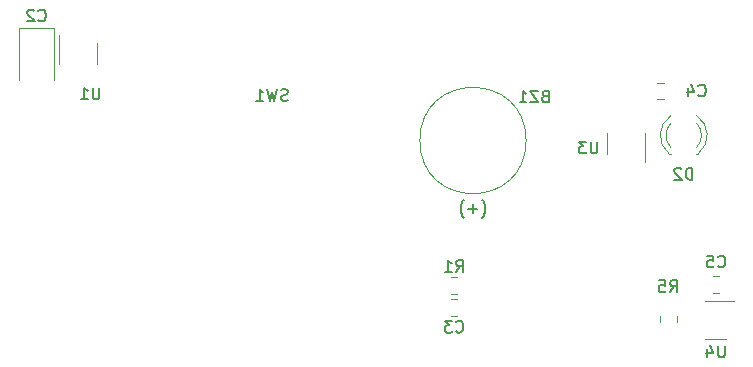
<source format=gbr>
G04 #@! TF.GenerationSoftware,KiCad,Pcbnew,5.1.5*
G04 #@! TF.CreationDate,2020-02-09T12:43:18+10:00*
G04 #@! TF.ProjectId,hrem,6872656d-2e6b-4696-9361-645f70636258,rev?*
G04 #@! TF.SameCoordinates,Original*
G04 #@! TF.FileFunction,Legend,Bot*
G04 #@! TF.FilePolarity,Positive*
%FSLAX46Y46*%
G04 Gerber Fmt 4.6, Leading zero omitted, Abs format (unit mm)*
G04 Created by KiCad (PCBNEW 5.1.5) date 2020-02-09 12:43:18*
%MOMM*%
%LPD*%
G04 APERTURE LIST*
%ADD10C,0.120000*%
%ADD11C,0.150000*%
%ADD12C,1.626000*%
%ADD13R,1.652000X1.402000*%
%ADD14C,2.102000*%
%ADD15R,1.829200X1.829200*%
%ADD16O,1.829200X1.829200*%
%ADD17R,1.662000X0.752000*%
%ADD18R,0.752000X1.662000*%
%ADD19C,0.100000*%
%ADD20R,1.902000X1.902000*%
%ADD21C,1.902000*%
%ADD22C,3.102000*%
G04 APERTURE END LIST*
D10*
X103941000Y-64262000D02*
G75*
G03X103941000Y-64262000I-4500000J0D01*
G01*
X119098500Y-77828500D02*
X121548500Y-77828500D01*
X120898500Y-81048500D02*
X119098500Y-81048500D01*
X110782500Y-65399500D02*
X110782500Y-63599500D01*
X114002500Y-63599500D02*
X114002500Y-66049500D01*
X115304500Y-79104748D02*
X115304500Y-79627252D01*
X116724500Y-79104748D02*
X116724500Y-79627252D01*
X98105752Y-77712500D02*
X97583248Y-77712500D01*
X98105752Y-79132500D02*
X97583248Y-79132500D01*
X118363108Y-62145165D02*
G75*
G02X118520016Y-65377500I-1078608J-1672335D01*
G01*
X116205892Y-62145165D02*
G75*
G03X116048984Y-65377500I1078608J-1672335D01*
G01*
X118364337Y-62776370D02*
G75*
G02X118364500Y-64858461I-1079837J-1041130D01*
G01*
X116204663Y-62776370D02*
G75*
G03X116204500Y-64858461I1079837J-1041130D01*
G01*
X118520500Y-65377500D02*
X118364500Y-65377500D01*
X116204500Y-65377500D02*
X116048500Y-65377500D01*
X67650000Y-55996000D02*
X67650000Y-57796000D01*
X64430000Y-57796000D02*
X64430000Y-55346000D01*
X98114752Y-75807500D02*
X97592248Y-75807500D01*
X98114752Y-77227500D02*
X97592248Y-77227500D01*
X60974000Y-59154000D02*
X60974000Y-54769000D01*
X60974000Y-54769000D02*
X63994000Y-54769000D01*
X63994000Y-54769000D02*
X63994000Y-59154000D01*
X115063748Y-60781000D02*
X115586252Y-60781000D01*
X115063748Y-59361000D02*
X115586252Y-59361000D01*
X119753748Y-75744000D02*
X120276252Y-75744000D01*
X119753748Y-77164000D02*
X120276252Y-77164000D01*
D11*
X105528952Y-60507571D02*
X105386095Y-60555190D01*
X105338476Y-60602809D01*
X105290857Y-60698047D01*
X105290857Y-60840904D01*
X105338476Y-60936142D01*
X105386095Y-60983761D01*
X105481333Y-61031380D01*
X105862285Y-61031380D01*
X105862285Y-60031380D01*
X105528952Y-60031380D01*
X105433714Y-60079000D01*
X105386095Y-60126619D01*
X105338476Y-60221857D01*
X105338476Y-60317095D01*
X105386095Y-60412333D01*
X105433714Y-60459952D01*
X105528952Y-60507571D01*
X105862285Y-60507571D01*
X104957523Y-60031380D02*
X104290857Y-60031380D01*
X104957523Y-61031380D01*
X104290857Y-61031380D01*
X103386095Y-61031380D02*
X103957523Y-61031380D01*
X103671809Y-61031380D02*
X103671809Y-60031380D01*
X103767047Y-60174238D01*
X103862285Y-60269476D01*
X103957523Y-60317095D01*
X100202904Y-70810333D02*
X100250523Y-70762714D01*
X100345761Y-70619857D01*
X100393380Y-70524619D01*
X100441000Y-70381761D01*
X100488619Y-70143666D01*
X100488619Y-69953190D01*
X100441000Y-69715095D01*
X100393380Y-69572238D01*
X100345761Y-69477000D01*
X100250523Y-69334142D01*
X100202904Y-69286523D01*
X99821952Y-70048428D02*
X99060047Y-70048428D01*
X99441000Y-70429380D02*
X99441000Y-69667476D01*
X98679095Y-70810333D02*
X98631476Y-70762714D01*
X98536238Y-70619857D01*
X98488619Y-70524619D01*
X98441000Y-70381761D01*
X98393380Y-70143666D01*
X98393380Y-69953190D01*
X98441000Y-69715095D01*
X98488619Y-69572238D01*
X98536238Y-69477000D01*
X98631476Y-69334142D01*
X98679095Y-69286523D01*
X83756333Y-60856761D02*
X83613476Y-60904380D01*
X83375380Y-60904380D01*
X83280142Y-60856761D01*
X83232523Y-60809142D01*
X83184904Y-60713904D01*
X83184904Y-60618666D01*
X83232523Y-60523428D01*
X83280142Y-60475809D01*
X83375380Y-60428190D01*
X83565857Y-60380571D01*
X83661095Y-60332952D01*
X83708714Y-60285333D01*
X83756333Y-60190095D01*
X83756333Y-60094857D01*
X83708714Y-59999619D01*
X83661095Y-59952000D01*
X83565857Y-59904380D01*
X83327761Y-59904380D01*
X83184904Y-59952000D01*
X82851571Y-59904380D02*
X82613476Y-60904380D01*
X82423000Y-60190095D01*
X82232523Y-60904380D01*
X81994428Y-59904380D01*
X81089666Y-60904380D02*
X81661095Y-60904380D01*
X81375380Y-60904380D02*
X81375380Y-59904380D01*
X81470619Y-60047238D01*
X81565857Y-60142476D01*
X81661095Y-60190095D01*
X120760404Y-81621380D02*
X120760404Y-82430904D01*
X120712785Y-82526142D01*
X120665166Y-82573761D01*
X120569928Y-82621380D01*
X120379452Y-82621380D01*
X120284214Y-82573761D01*
X120236595Y-82526142D01*
X120188976Y-82430904D01*
X120188976Y-81621380D01*
X119284214Y-81954714D02*
X119284214Y-82621380D01*
X119522309Y-81573761D02*
X119760404Y-82288047D01*
X119141357Y-82288047D01*
X109981904Y-64349380D02*
X109981904Y-65158904D01*
X109934285Y-65254142D01*
X109886666Y-65301761D01*
X109791428Y-65349380D01*
X109600952Y-65349380D01*
X109505714Y-65301761D01*
X109458095Y-65254142D01*
X109410476Y-65158904D01*
X109410476Y-64349380D01*
X109029523Y-64349380D02*
X108410476Y-64349380D01*
X108743809Y-64730333D01*
X108600952Y-64730333D01*
X108505714Y-64777952D01*
X108458095Y-64825571D01*
X108410476Y-64920809D01*
X108410476Y-65158904D01*
X108458095Y-65254142D01*
X108505714Y-65301761D01*
X108600952Y-65349380D01*
X108886666Y-65349380D01*
X108981904Y-65301761D01*
X109029523Y-65254142D01*
X116117666Y-77096880D02*
X116451000Y-76620690D01*
X116689095Y-77096880D02*
X116689095Y-76096880D01*
X116308142Y-76096880D01*
X116212904Y-76144500D01*
X116165285Y-76192119D01*
X116117666Y-76287357D01*
X116117666Y-76430214D01*
X116165285Y-76525452D01*
X116212904Y-76573071D01*
X116308142Y-76620690D01*
X116689095Y-76620690D01*
X115212904Y-76096880D02*
X115689095Y-76096880D01*
X115736714Y-76573071D01*
X115689095Y-76525452D01*
X115593857Y-76477833D01*
X115355761Y-76477833D01*
X115260523Y-76525452D01*
X115212904Y-76573071D01*
X115165285Y-76668309D01*
X115165285Y-76906404D01*
X115212904Y-77001642D01*
X115260523Y-77049261D01*
X115355761Y-77096880D01*
X115593857Y-77096880D01*
X115689095Y-77049261D01*
X115736714Y-77001642D01*
X98011166Y-80430642D02*
X98058785Y-80478261D01*
X98201642Y-80525880D01*
X98296880Y-80525880D01*
X98439738Y-80478261D01*
X98534976Y-80383023D01*
X98582595Y-80287785D01*
X98630214Y-80097309D01*
X98630214Y-79954452D01*
X98582595Y-79763976D01*
X98534976Y-79668738D01*
X98439738Y-79573500D01*
X98296880Y-79525880D01*
X98201642Y-79525880D01*
X98058785Y-79573500D01*
X98011166Y-79621119D01*
X97677833Y-79525880D02*
X97058785Y-79525880D01*
X97392119Y-79906833D01*
X97249261Y-79906833D01*
X97154023Y-79954452D01*
X97106404Y-80002071D01*
X97058785Y-80097309D01*
X97058785Y-80335404D01*
X97106404Y-80430642D01*
X97154023Y-80478261D01*
X97249261Y-80525880D01*
X97534976Y-80525880D01*
X97630214Y-80478261D01*
X97677833Y-80430642D01*
X118022595Y-67571880D02*
X118022595Y-66571880D01*
X117784500Y-66571880D01*
X117641642Y-66619500D01*
X117546404Y-66714738D01*
X117498785Y-66809976D01*
X117451166Y-67000452D01*
X117451166Y-67143309D01*
X117498785Y-67333785D01*
X117546404Y-67429023D01*
X117641642Y-67524261D01*
X117784500Y-67571880D01*
X118022595Y-67571880D01*
X117070214Y-66667119D02*
X117022595Y-66619500D01*
X116927357Y-66571880D01*
X116689261Y-66571880D01*
X116594023Y-66619500D01*
X116546404Y-66667119D01*
X116498785Y-66762357D01*
X116498785Y-66857595D01*
X116546404Y-67000452D01*
X117117833Y-67571880D01*
X116498785Y-67571880D01*
X67817904Y-59777380D02*
X67817904Y-60586904D01*
X67770285Y-60682142D01*
X67722666Y-60729761D01*
X67627428Y-60777380D01*
X67436952Y-60777380D01*
X67341714Y-60729761D01*
X67294095Y-60682142D01*
X67246476Y-60586904D01*
X67246476Y-59777380D01*
X66246476Y-60777380D02*
X66817904Y-60777380D01*
X66532190Y-60777380D02*
X66532190Y-59777380D01*
X66627428Y-59920238D01*
X66722666Y-60015476D01*
X66817904Y-60063095D01*
X98020166Y-75382380D02*
X98353500Y-74906190D01*
X98591595Y-75382380D02*
X98591595Y-74382380D01*
X98210642Y-74382380D01*
X98115404Y-74430000D01*
X98067785Y-74477619D01*
X98020166Y-74572857D01*
X98020166Y-74715714D01*
X98067785Y-74810952D01*
X98115404Y-74858571D01*
X98210642Y-74906190D01*
X98591595Y-74906190D01*
X97067785Y-75382380D02*
X97639214Y-75382380D01*
X97353500Y-75382380D02*
X97353500Y-74382380D01*
X97448738Y-74525238D01*
X97543976Y-74620476D01*
X97639214Y-74668095D01*
X62650666Y-54078142D02*
X62698285Y-54125761D01*
X62841142Y-54173380D01*
X62936380Y-54173380D01*
X63079238Y-54125761D01*
X63174476Y-54030523D01*
X63222095Y-53935285D01*
X63269714Y-53744809D01*
X63269714Y-53601952D01*
X63222095Y-53411476D01*
X63174476Y-53316238D01*
X63079238Y-53221000D01*
X62936380Y-53173380D01*
X62841142Y-53173380D01*
X62698285Y-53221000D01*
X62650666Y-53268619D01*
X62269714Y-53268619D02*
X62222095Y-53221000D01*
X62126857Y-53173380D01*
X61888761Y-53173380D01*
X61793523Y-53221000D01*
X61745904Y-53268619D01*
X61698285Y-53363857D01*
X61698285Y-53459095D01*
X61745904Y-53601952D01*
X62317333Y-54173380D01*
X61698285Y-54173380D01*
X118530666Y-60428142D02*
X118578285Y-60475761D01*
X118721142Y-60523380D01*
X118816380Y-60523380D01*
X118959238Y-60475761D01*
X119054476Y-60380523D01*
X119102095Y-60285285D01*
X119149714Y-60094809D01*
X119149714Y-59951952D01*
X119102095Y-59761476D01*
X119054476Y-59666238D01*
X118959238Y-59571000D01*
X118816380Y-59523380D01*
X118721142Y-59523380D01*
X118578285Y-59571000D01*
X118530666Y-59618619D01*
X117673523Y-59856714D02*
X117673523Y-60523380D01*
X117911619Y-59475761D02*
X118149714Y-60190047D01*
X117530666Y-60190047D01*
X120181666Y-74906142D02*
X120229285Y-74953761D01*
X120372142Y-75001380D01*
X120467380Y-75001380D01*
X120610238Y-74953761D01*
X120705476Y-74858523D01*
X120753095Y-74763285D01*
X120800714Y-74572809D01*
X120800714Y-74429952D01*
X120753095Y-74239476D01*
X120705476Y-74144238D01*
X120610238Y-74049000D01*
X120467380Y-74001380D01*
X120372142Y-74001380D01*
X120229285Y-74049000D01*
X120181666Y-74096619D01*
X119276904Y-74001380D02*
X119753095Y-74001380D01*
X119800714Y-74477571D01*
X119753095Y-74429952D01*
X119657857Y-74382333D01*
X119419761Y-74382333D01*
X119324523Y-74429952D01*
X119276904Y-74477571D01*
X119229285Y-74572809D01*
X119229285Y-74810904D01*
X119276904Y-74906142D01*
X119324523Y-74953761D01*
X119419761Y-75001380D01*
X119657857Y-75001380D01*
X119753095Y-74953761D01*
X119800714Y-74906142D01*
%LPC*%
D12*
X99441000Y-61722000D03*
X99441000Y-66802000D03*
D13*
X78410000Y-66738500D03*
X86360000Y-66738500D03*
X78410000Y-62238500D03*
X86360000Y-62238500D03*
D14*
X124460000Y-62484000D03*
D15*
X69850000Y-76962000D03*
D16*
X69850000Y-74422000D03*
X72390000Y-76962000D03*
X72390000Y-74422000D03*
X74930000Y-76962000D03*
X74930000Y-74422000D03*
X77470000Y-76962000D03*
X77470000Y-74422000D03*
X80010000Y-76962000D03*
X80010000Y-74422000D03*
D17*
X118648500Y-78488500D03*
X118648500Y-80388500D03*
X121348500Y-80388500D03*
X121348500Y-79438500D03*
X121348500Y-78488500D03*
D18*
X113342500Y-65849500D03*
X112392500Y-65849500D03*
X111442500Y-65849500D03*
X111442500Y-63149500D03*
X113342500Y-63149500D03*
D19*
G36*
X116520005Y-77716311D02*
G01*
X116546425Y-77720230D01*
X116572335Y-77726720D01*
X116597483Y-77735718D01*
X116621628Y-77747138D01*
X116644538Y-77760869D01*
X116665992Y-77776780D01*
X116685782Y-77794718D01*
X116703720Y-77814508D01*
X116719631Y-77835962D01*
X116733362Y-77858872D01*
X116744782Y-77883017D01*
X116753780Y-77908165D01*
X116760270Y-77934075D01*
X116764189Y-77960495D01*
X116765500Y-77987173D01*
X116765500Y-78694827D01*
X116764189Y-78721505D01*
X116760270Y-78747925D01*
X116753780Y-78773835D01*
X116744782Y-78798983D01*
X116733362Y-78823128D01*
X116719631Y-78846038D01*
X116703720Y-78867492D01*
X116685782Y-78887282D01*
X116665992Y-78905220D01*
X116644538Y-78921131D01*
X116621628Y-78934862D01*
X116597483Y-78946282D01*
X116572335Y-78955280D01*
X116546425Y-78961770D01*
X116520005Y-78965689D01*
X116493327Y-78967000D01*
X115535673Y-78967000D01*
X115508995Y-78965689D01*
X115482575Y-78961770D01*
X115456665Y-78955280D01*
X115431517Y-78946282D01*
X115407372Y-78934862D01*
X115384462Y-78921131D01*
X115363008Y-78905220D01*
X115343218Y-78887282D01*
X115325280Y-78867492D01*
X115309369Y-78846038D01*
X115295638Y-78823128D01*
X115284218Y-78798983D01*
X115275220Y-78773835D01*
X115268730Y-78747925D01*
X115264811Y-78721505D01*
X115263500Y-78694827D01*
X115263500Y-77987173D01*
X115264811Y-77960495D01*
X115268730Y-77934075D01*
X115275220Y-77908165D01*
X115284218Y-77883017D01*
X115295638Y-77858872D01*
X115309369Y-77835962D01*
X115325280Y-77814508D01*
X115343218Y-77794718D01*
X115363008Y-77776780D01*
X115384462Y-77760869D01*
X115407372Y-77747138D01*
X115431517Y-77735718D01*
X115456665Y-77726720D01*
X115482575Y-77720230D01*
X115508995Y-77716311D01*
X115535673Y-77715000D01*
X116493327Y-77715000D01*
X116520005Y-77716311D01*
G37*
G36*
X116520005Y-79766311D02*
G01*
X116546425Y-79770230D01*
X116572335Y-79776720D01*
X116597483Y-79785718D01*
X116621628Y-79797138D01*
X116644538Y-79810869D01*
X116665992Y-79826780D01*
X116685782Y-79844718D01*
X116703720Y-79864508D01*
X116719631Y-79885962D01*
X116733362Y-79908872D01*
X116744782Y-79933017D01*
X116753780Y-79958165D01*
X116760270Y-79984075D01*
X116764189Y-80010495D01*
X116765500Y-80037173D01*
X116765500Y-80744827D01*
X116764189Y-80771505D01*
X116760270Y-80797925D01*
X116753780Y-80823835D01*
X116744782Y-80848983D01*
X116733362Y-80873128D01*
X116719631Y-80896038D01*
X116703720Y-80917492D01*
X116685782Y-80937282D01*
X116665992Y-80955220D01*
X116644538Y-80971131D01*
X116621628Y-80984862D01*
X116597483Y-80996282D01*
X116572335Y-81005280D01*
X116546425Y-81011770D01*
X116520005Y-81015689D01*
X116493327Y-81017000D01*
X115535673Y-81017000D01*
X115508995Y-81015689D01*
X115482575Y-81011770D01*
X115456665Y-81005280D01*
X115431517Y-80996282D01*
X115407372Y-80984862D01*
X115384462Y-80971131D01*
X115363008Y-80955220D01*
X115343218Y-80937282D01*
X115325280Y-80917492D01*
X115309369Y-80896038D01*
X115295638Y-80873128D01*
X115284218Y-80848983D01*
X115275220Y-80823835D01*
X115268730Y-80797925D01*
X115264811Y-80771505D01*
X115263500Y-80744827D01*
X115263500Y-80037173D01*
X115264811Y-80010495D01*
X115268730Y-79984075D01*
X115275220Y-79958165D01*
X115284218Y-79933017D01*
X115295638Y-79908872D01*
X115309369Y-79885962D01*
X115325280Y-79864508D01*
X115343218Y-79844718D01*
X115363008Y-79826780D01*
X115384462Y-79810869D01*
X115407372Y-79797138D01*
X115431517Y-79785718D01*
X115456665Y-79776720D01*
X115482575Y-79770230D01*
X115508995Y-79766311D01*
X115535673Y-79765000D01*
X116493327Y-79765000D01*
X116520005Y-79766311D01*
G37*
G36*
X99250005Y-77672811D02*
G01*
X99276425Y-77676730D01*
X99302335Y-77683220D01*
X99327483Y-77692218D01*
X99351628Y-77703638D01*
X99374538Y-77717369D01*
X99395992Y-77733280D01*
X99415782Y-77751218D01*
X99433720Y-77771008D01*
X99449631Y-77792462D01*
X99463362Y-77815372D01*
X99474782Y-77839517D01*
X99483780Y-77864665D01*
X99490270Y-77890575D01*
X99494189Y-77916995D01*
X99495500Y-77943673D01*
X99495500Y-78901327D01*
X99494189Y-78928005D01*
X99490270Y-78954425D01*
X99483780Y-78980335D01*
X99474782Y-79005483D01*
X99463362Y-79029628D01*
X99449631Y-79052538D01*
X99433720Y-79073992D01*
X99415782Y-79093782D01*
X99395992Y-79111720D01*
X99374538Y-79127631D01*
X99351628Y-79141362D01*
X99327483Y-79152782D01*
X99302335Y-79161780D01*
X99276425Y-79168270D01*
X99250005Y-79172189D01*
X99223327Y-79173500D01*
X98515673Y-79173500D01*
X98488995Y-79172189D01*
X98462575Y-79168270D01*
X98436665Y-79161780D01*
X98411517Y-79152782D01*
X98387372Y-79141362D01*
X98364462Y-79127631D01*
X98343008Y-79111720D01*
X98323218Y-79093782D01*
X98305280Y-79073992D01*
X98289369Y-79052538D01*
X98275638Y-79029628D01*
X98264218Y-79005483D01*
X98255220Y-78980335D01*
X98248730Y-78954425D01*
X98244811Y-78928005D01*
X98243500Y-78901327D01*
X98243500Y-77943673D01*
X98244811Y-77916995D01*
X98248730Y-77890575D01*
X98255220Y-77864665D01*
X98264218Y-77839517D01*
X98275638Y-77815372D01*
X98289369Y-77792462D01*
X98305280Y-77771008D01*
X98323218Y-77751218D01*
X98343008Y-77733280D01*
X98364462Y-77717369D01*
X98387372Y-77703638D01*
X98411517Y-77692218D01*
X98436665Y-77683220D01*
X98462575Y-77676730D01*
X98488995Y-77672811D01*
X98515673Y-77671500D01*
X99223327Y-77671500D01*
X99250005Y-77672811D01*
G37*
G36*
X97200005Y-77672811D02*
G01*
X97226425Y-77676730D01*
X97252335Y-77683220D01*
X97277483Y-77692218D01*
X97301628Y-77703638D01*
X97324538Y-77717369D01*
X97345992Y-77733280D01*
X97365782Y-77751218D01*
X97383720Y-77771008D01*
X97399631Y-77792462D01*
X97413362Y-77815372D01*
X97424782Y-77839517D01*
X97433780Y-77864665D01*
X97440270Y-77890575D01*
X97444189Y-77916995D01*
X97445500Y-77943673D01*
X97445500Y-78901327D01*
X97444189Y-78928005D01*
X97440270Y-78954425D01*
X97433780Y-78980335D01*
X97424782Y-79005483D01*
X97413362Y-79029628D01*
X97399631Y-79052538D01*
X97383720Y-79073992D01*
X97365782Y-79093782D01*
X97345992Y-79111720D01*
X97324538Y-79127631D01*
X97301628Y-79141362D01*
X97277483Y-79152782D01*
X97252335Y-79161780D01*
X97226425Y-79168270D01*
X97200005Y-79172189D01*
X97173327Y-79173500D01*
X96465673Y-79173500D01*
X96438995Y-79172189D01*
X96412575Y-79168270D01*
X96386665Y-79161780D01*
X96361517Y-79152782D01*
X96337372Y-79141362D01*
X96314462Y-79127631D01*
X96293008Y-79111720D01*
X96273218Y-79093782D01*
X96255280Y-79073992D01*
X96239369Y-79052538D01*
X96225638Y-79029628D01*
X96214218Y-79005483D01*
X96205220Y-78980335D01*
X96198730Y-78954425D01*
X96194811Y-78928005D01*
X96193500Y-78901327D01*
X96193500Y-77943673D01*
X96194811Y-77916995D01*
X96198730Y-77890575D01*
X96205220Y-77864665D01*
X96214218Y-77839517D01*
X96225638Y-77815372D01*
X96239369Y-77792462D01*
X96255280Y-77771008D01*
X96273218Y-77751218D01*
X96293008Y-77733280D01*
X96314462Y-77717369D01*
X96337372Y-77703638D01*
X96361517Y-77692218D01*
X96386665Y-77683220D01*
X96412575Y-77676730D01*
X96438995Y-77672811D01*
X96465673Y-77671500D01*
X97173327Y-77671500D01*
X97200005Y-77672811D01*
G37*
D20*
X117284500Y-65087500D03*
D21*
X117284500Y-62547500D03*
D18*
X65090000Y-55546000D03*
X66040000Y-55546000D03*
X66990000Y-55546000D03*
X66990000Y-58246000D03*
X65090000Y-58246000D03*
D19*
G36*
X99259005Y-75767811D02*
G01*
X99285425Y-75771730D01*
X99311335Y-75778220D01*
X99336483Y-75787218D01*
X99360628Y-75798638D01*
X99383538Y-75812369D01*
X99404992Y-75828280D01*
X99424782Y-75846218D01*
X99442720Y-75866008D01*
X99458631Y-75887462D01*
X99472362Y-75910372D01*
X99483782Y-75934517D01*
X99492780Y-75959665D01*
X99499270Y-75985575D01*
X99503189Y-76011995D01*
X99504500Y-76038673D01*
X99504500Y-76996327D01*
X99503189Y-77023005D01*
X99499270Y-77049425D01*
X99492780Y-77075335D01*
X99483782Y-77100483D01*
X99472362Y-77124628D01*
X99458631Y-77147538D01*
X99442720Y-77168992D01*
X99424782Y-77188782D01*
X99404992Y-77206720D01*
X99383538Y-77222631D01*
X99360628Y-77236362D01*
X99336483Y-77247782D01*
X99311335Y-77256780D01*
X99285425Y-77263270D01*
X99259005Y-77267189D01*
X99232327Y-77268500D01*
X98524673Y-77268500D01*
X98497995Y-77267189D01*
X98471575Y-77263270D01*
X98445665Y-77256780D01*
X98420517Y-77247782D01*
X98396372Y-77236362D01*
X98373462Y-77222631D01*
X98352008Y-77206720D01*
X98332218Y-77188782D01*
X98314280Y-77168992D01*
X98298369Y-77147538D01*
X98284638Y-77124628D01*
X98273218Y-77100483D01*
X98264220Y-77075335D01*
X98257730Y-77049425D01*
X98253811Y-77023005D01*
X98252500Y-76996327D01*
X98252500Y-76038673D01*
X98253811Y-76011995D01*
X98257730Y-75985575D01*
X98264220Y-75959665D01*
X98273218Y-75934517D01*
X98284638Y-75910372D01*
X98298369Y-75887462D01*
X98314280Y-75866008D01*
X98332218Y-75846218D01*
X98352008Y-75828280D01*
X98373462Y-75812369D01*
X98396372Y-75798638D01*
X98420517Y-75787218D01*
X98445665Y-75778220D01*
X98471575Y-75771730D01*
X98497995Y-75767811D01*
X98524673Y-75766500D01*
X99232327Y-75766500D01*
X99259005Y-75767811D01*
G37*
G36*
X97209005Y-75767811D02*
G01*
X97235425Y-75771730D01*
X97261335Y-75778220D01*
X97286483Y-75787218D01*
X97310628Y-75798638D01*
X97333538Y-75812369D01*
X97354992Y-75828280D01*
X97374782Y-75846218D01*
X97392720Y-75866008D01*
X97408631Y-75887462D01*
X97422362Y-75910372D01*
X97433782Y-75934517D01*
X97442780Y-75959665D01*
X97449270Y-75985575D01*
X97453189Y-76011995D01*
X97454500Y-76038673D01*
X97454500Y-76996327D01*
X97453189Y-77023005D01*
X97449270Y-77049425D01*
X97442780Y-77075335D01*
X97433782Y-77100483D01*
X97422362Y-77124628D01*
X97408631Y-77147538D01*
X97392720Y-77168992D01*
X97374782Y-77188782D01*
X97354992Y-77206720D01*
X97333538Y-77222631D01*
X97310628Y-77236362D01*
X97286483Y-77247782D01*
X97261335Y-77256780D01*
X97235425Y-77263270D01*
X97209005Y-77267189D01*
X97182327Y-77268500D01*
X96474673Y-77268500D01*
X96447995Y-77267189D01*
X96421575Y-77263270D01*
X96395665Y-77256780D01*
X96370517Y-77247782D01*
X96346372Y-77236362D01*
X96323462Y-77222631D01*
X96302008Y-77206720D01*
X96282218Y-77188782D01*
X96264280Y-77168992D01*
X96248369Y-77147538D01*
X96234638Y-77124628D01*
X96223218Y-77100483D01*
X96214220Y-77075335D01*
X96207730Y-77049425D01*
X96203811Y-77023005D01*
X96202500Y-76996327D01*
X96202500Y-76038673D01*
X96203811Y-76011995D01*
X96207730Y-75985575D01*
X96214220Y-75959665D01*
X96223218Y-75934517D01*
X96234638Y-75910372D01*
X96248369Y-75887462D01*
X96264280Y-75866008D01*
X96282218Y-75846218D01*
X96302008Y-75828280D01*
X96323462Y-75812369D01*
X96346372Y-75798638D01*
X96370517Y-75787218D01*
X96395665Y-75778220D01*
X96421575Y-75771730D01*
X96447995Y-75767811D01*
X96474673Y-75766500D01*
X97182327Y-75766500D01*
X97209005Y-75767811D01*
G37*
G36*
X63469171Y-54979286D02*
G01*
X63495089Y-54983130D01*
X63520506Y-54989497D01*
X63545176Y-54998324D01*
X63568863Y-55009527D01*
X63591337Y-55022998D01*
X63612383Y-55038606D01*
X63631798Y-55056202D01*
X63649394Y-55075617D01*
X63665002Y-55096663D01*
X63678473Y-55119137D01*
X63689676Y-55142824D01*
X63698503Y-55167494D01*
X63704870Y-55192911D01*
X63708714Y-55218829D01*
X63710000Y-55245000D01*
X63710000Y-56313000D01*
X63708714Y-56339171D01*
X63704870Y-56365089D01*
X63698503Y-56390506D01*
X63689676Y-56415176D01*
X63678473Y-56438863D01*
X63665002Y-56461337D01*
X63649394Y-56482383D01*
X63631798Y-56501798D01*
X63612383Y-56519394D01*
X63591337Y-56535002D01*
X63568863Y-56548473D01*
X63545176Y-56559676D01*
X63520506Y-56568503D01*
X63495089Y-56574870D01*
X63469171Y-56578714D01*
X63443000Y-56580000D01*
X61525000Y-56580000D01*
X61498829Y-56578714D01*
X61472911Y-56574870D01*
X61447494Y-56568503D01*
X61422824Y-56559676D01*
X61399137Y-56548473D01*
X61376663Y-56535002D01*
X61355617Y-56519394D01*
X61336202Y-56501798D01*
X61318606Y-56482383D01*
X61302998Y-56461337D01*
X61289527Y-56438863D01*
X61278324Y-56415176D01*
X61269497Y-56390506D01*
X61263130Y-56365089D01*
X61259286Y-56339171D01*
X61258000Y-56313000D01*
X61258000Y-55245000D01*
X61259286Y-55218829D01*
X61263130Y-55192911D01*
X61269497Y-55167494D01*
X61278324Y-55142824D01*
X61289527Y-55119137D01*
X61302998Y-55096663D01*
X61318606Y-55075617D01*
X61336202Y-55056202D01*
X61355617Y-55038606D01*
X61376663Y-55022998D01*
X61399137Y-55009527D01*
X61422824Y-54998324D01*
X61447494Y-54989497D01*
X61472911Y-54983130D01*
X61498829Y-54979286D01*
X61525000Y-54978000D01*
X63443000Y-54978000D01*
X63469171Y-54979286D01*
G37*
G36*
X63469171Y-58229286D02*
G01*
X63495089Y-58233130D01*
X63520506Y-58239497D01*
X63545176Y-58248324D01*
X63568863Y-58259527D01*
X63591337Y-58272998D01*
X63612383Y-58288606D01*
X63631798Y-58306202D01*
X63649394Y-58325617D01*
X63665002Y-58346663D01*
X63678473Y-58369137D01*
X63689676Y-58392824D01*
X63698503Y-58417494D01*
X63704870Y-58442911D01*
X63708714Y-58468829D01*
X63710000Y-58495000D01*
X63710000Y-59563000D01*
X63708714Y-59589171D01*
X63704870Y-59615089D01*
X63698503Y-59640506D01*
X63689676Y-59665176D01*
X63678473Y-59688863D01*
X63665002Y-59711337D01*
X63649394Y-59732383D01*
X63631798Y-59751798D01*
X63612383Y-59769394D01*
X63591337Y-59785002D01*
X63568863Y-59798473D01*
X63545176Y-59809676D01*
X63520506Y-59818503D01*
X63495089Y-59824870D01*
X63469171Y-59828714D01*
X63443000Y-59830000D01*
X61525000Y-59830000D01*
X61498829Y-59828714D01*
X61472911Y-59824870D01*
X61447494Y-59818503D01*
X61422824Y-59809676D01*
X61399137Y-59798473D01*
X61376663Y-59785002D01*
X61355617Y-59769394D01*
X61336202Y-59751798D01*
X61318606Y-59732383D01*
X61302998Y-59711337D01*
X61289527Y-59688863D01*
X61278324Y-59665176D01*
X61269497Y-59640506D01*
X61263130Y-59615089D01*
X61259286Y-59589171D01*
X61258000Y-59563000D01*
X61258000Y-58495000D01*
X61259286Y-58468829D01*
X61263130Y-58442911D01*
X61269497Y-58417494D01*
X61278324Y-58392824D01*
X61289527Y-58369137D01*
X61302998Y-58346663D01*
X61318606Y-58325617D01*
X61336202Y-58306202D01*
X61355617Y-58288606D01*
X61376663Y-58272998D01*
X61399137Y-58259527D01*
X61422824Y-58248324D01*
X61447494Y-58239497D01*
X61472911Y-58233130D01*
X61498829Y-58229286D01*
X61525000Y-58228000D01*
X63443000Y-58228000D01*
X63469171Y-58229286D01*
G37*
D22*
X59309000Y-46355000D03*
X59309000Y-84355000D03*
X132309000Y-84355000D03*
X132309000Y-46355000D03*
D19*
G36*
X114680505Y-59321311D02*
G01*
X114706925Y-59325230D01*
X114732835Y-59331720D01*
X114757983Y-59340718D01*
X114782128Y-59352138D01*
X114805038Y-59365869D01*
X114826492Y-59381780D01*
X114846282Y-59399718D01*
X114864220Y-59419508D01*
X114880131Y-59440962D01*
X114893862Y-59463872D01*
X114905282Y-59488017D01*
X114914280Y-59513165D01*
X114920770Y-59539075D01*
X114924689Y-59565495D01*
X114926000Y-59592173D01*
X114926000Y-60549827D01*
X114924689Y-60576505D01*
X114920770Y-60602925D01*
X114914280Y-60628835D01*
X114905282Y-60653983D01*
X114893862Y-60678128D01*
X114880131Y-60701038D01*
X114864220Y-60722492D01*
X114846282Y-60742282D01*
X114826492Y-60760220D01*
X114805038Y-60776131D01*
X114782128Y-60789862D01*
X114757983Y-60801282D01*
X114732835Y-60810280D01*
X114706925Y-60816770D01*
X114680505Y-60820689D01*
X114653827Y-60822000D01*
X113946173Y-60822000D01*
X113919495Y-60820689D01*
X113893075Y-60816770D01*
X113867165Y-60810280D01*
X113842017Y-60801282D01*
X113817872Y-60789862D01*
X113794962Y-60776131D01*
X113773508Y-60760220D01*
X113753718Y-60742282D01*
X113735780Y-60722492D01*
X113719869Y-60701038D01*
X113706138Y-60678128D01*
X113694718Y-60653983D01*
X113685720Y-60628835D01*
X113679230Y-60602925D01*
X113675311Y-60576505D01*
X113674000Y-60549827D01*
X113674000Y-59592173D01*
X113675311Y-59565495D01*
X113679230Y-59539075D01*
X113685720Y-59513165D01*
X113694718Y-59488017D01*
X113706138Y-59463872D01*
X113719869Y-59440962D01*
X113735780Y-59419508D01*
X113753718Y-59399718D01*
X113773508Y-59381780D01*
X113794962Y-59365869D01*
X113817872Y-59352138D01*
X113842017Y-59340718D01*
X113867165Y-59331720D01*
X113893075Y-59325230D01*
X113919495Y-59321311D01*
X113946173Y-59320000D01*
X114653827Y-59320000D01*
X114680505Y-59321311D01*
G37*
G36*
X116730505Y-59321311D02*
G01*
X116756925Y-59325230D01*
X116782835Y-59331720D01*
X116807983Y-59340718D01*
X116832128Y-59352138D01*
X116855038Y-59365869D01*
X116876492Y-59381780D01*
X116896282Y-59399718D01*
X116914220Y-59419508D01*
X116930131Y-59440962D01*
X116943862Y-59463872D01*
X116955282Y-59488017D01*
X116964280Y-59513165D01*
X116970770Y-59539075D01*
X116974689Y-59565495D01*
X116976000Y-59592173D01*
X116976000Y-60549827D01*
X116974689Y-60576505D01*
X116970770Y-60602925D01*
X116964280Y-60628835D01*
X116955282Y-60653983D01*
X116943862Y-60678128D01*
X116930131Y-60701038D01*
X116914220Y-60722492D01*
X116896282Y-60742282D01*
X116876492Y-60760220D01*
X116855038Y-60776131D01*
X116832128Y-60789862D01*
X116807983Y-60801282D01*
X116782835Y-60810280D01*
X116756925Y-60816770D01*
X116730505Y-60820689D01*
X116703827Y-60822000D01*
X115996173Y-60822000D01*
X115969495Y-60820689D01*
X115943075Y-60816770D01*
X115917165Y-60810280D01*
X115892017Y-60801282D01*
X115867872Y-60789862D01*
X115844962Y-60776131D01*
X115823508Y-60760220D01*
X115803718Y-60742282D01*
X115785780Y-60722492D01*
X115769869Y-60701038D01*
X115756138Y-60678128D01*
X115744718Y-60653983D01*
X115735720Y-60628835D01*
X115729230Y-60602925D01*
X115725311Y-60576505D01*
X115724000Y-60549827D01*
X115724000Y-59592173D01*
X115725311Y-59565495D01*
X115729230Y-59539075D01*
X115735720Y-59513165D01*
X115744718Y-59488017D01*
X115756138Y-59463872D01*
X115769869Y-59440962D01*
X115785780Y-59419508D01*
X115803718Y-59399718D01*
X115823508Y-59381780D01*
X115844962Y-59365869D01*
X115867872Y-59352138D01*
X115892017Y-59340718D01*
X115917165Y-59331720D01*
X115943075Y-59325230D01*
X115969495Y-59321311D01*
X115996173Y-59320000D01*
X116703827Y-59320000D01*
X116730505Y-59321311D01*
G37*
G36*
X121420505Y-75704311D02*
G01*
X121446925Y-75708230D01*
X121472835Y-75714720D01*
X121497983Y-75723718D01*
X121522128Y-75735138D01*
X121545038Y-75748869D01*
X121566492Y-75764780D01*
X121586282Y-75782718D01*
X121604220Y-75802508D01*
X121620131Y-75823962D01*
X121633862Y-75846872D01*
X121645282Y-75871017D01*
X121654280Y-75896165D01*
X121660770Y-75922075D01*
X121664689Y-75948495D01*
X121666000Y-75975173D01*
X121666000Y-76932827D01*
X121664689Y-76959505D01*
X121660770Y-76985925D01*
X121654280Y-77011835D01*
X121645282Y-77036983D01*
X121633862Y-77061128D01*
X121620131Y-77084038D01*
X121604220Y-77105492D01*
X121586282Y-77125282D01*
X121566492Y-77143220D01*
X121545038Y-77159131D01*
X121522128Y-77172862D01*
X121497983Y-77184282D01*
X121472835Y-77193280D01*
X121446925Y-77199770D01*
X121420505Y-77203689D01*
X121393827Y-77205000D01*
X120686173Y-77205000D01*
X120659495Y-77203689D01*
X120633075Y-77199770D01*
X120607165Y-77193280D01*
X120582017Y-77184282D01*
X120557872Y-77172862D01*
X120534962Y-77159131D01*
X120513508Y-77143220D01*
X120493718Y-77125282D01*
X120475780Y-77105492D01*
X120459869Y-77084038D01*
X120446138Y-77061128D01*
X120434718Y-77036983D01*
X120425720Y-77011835D01*
X120419230Y-76985925D01*
X120415311Y-76959505D01*
X120414000Y-76932827D01*
X120414000Y-75975173D01*
X120415311Y-75948495D01*
X120419230Y-75922075D01*
X120425720Y-75896165D01*
X120434718Y-75871017D01*
X120446138Y-75846872D01*
X120459869Y-75823962D01*
X120475780Y-75802508D01*
X120493718Y-75782718D01*
X120513508Y-75764780D01*
X120534962Y-75748869D01*
X120557872Y-75735138D01*
X120582017Y-75723718D01*
X120607165Y-75714720D01*
X120633075Y-75708230D01*
X120659495Y-75704311D01*
X120686173Y-75703000D01*
X121393827Y-75703000D01*
X121420505Y-75704311D01*
G37*
G36*
X119370505Y-75704311D02*
G01*
X119396925Y-75708230D01*
X119422835Y-75714720D01*
X119447983Y-75723718D01*
X119472128Y-75735138D01*
X119495038Y-75748869D01*
X119516492Y-75764780D01*
X119536282Y-75782718D01*
X119554220Y-75802508D01*
X119570131Y-75823962D01*
X119583862Y-75846872D01*
X119595282Y-75871017D01*
X119604280Y-75896165D01*
X119610770Y-75922075D01*
X119614689Y-75948495D01*
X119616000Y-75975173D01*
X119616000Y-76932827D01*
X119614689Y-76959505D01*
X119610770Y-76985925D01*
X119604280Y-77011835D01*
X119595282Y-77036983D01*
X119583862Y-77061128D01*
X119570131Y-77084038D01*
X119554220Y-77105492D01*
X119536282Y-77125282D01*
X119516492Y-77143220D01*
X119495038Y-77159131D01*
X119472128Y-77172862D01*
X119447983Y-77184282D01*
X119422835Y-77193280D01*
X119396925Y-77199770D01*
X119370505Y-77203689D01*
X119343827Y-77205000D01*
X118636173Y-77205000D01*
X118609495Y-77203689D01*
X118583075Y-77199770D01*
X118557165Y-77193280D01*
X118532017Y-77184282D01*
X118507872Y-77172862D01*
X118484962Y-77159131D01*
X118463508Y-77143220D01*
X118443718Y-77125282D01*
X118425780Y-77105492D01*
X118409869Y-77084038D01*
X118396138Y-77061128D01*
X118384718Y-77036983D01*
X118375720Y-77011835D01*
X118369230Y-76985925D01*
X118365311Y-76959505D01*
X118364000Y-76932827D01*
X118364000Y-75975173D01*
X118365311Y-75948495D01*
X118369230Y-75922075D01*
X118375720Y-75896165D01*
X118384718Y-75871017D01*
X118396138Y-75846872D01*
X118409869Y-75823962D01*
X118425780Y-75802508D01*
X118443718Y-75782718D01*
X118463508Y-75764780D01*
X118484962Y-75748869D01*
X118507872Y-75735138D01*
X118532017Y-75723718D01*
X118557165Y-75714720D01*
X118583075Y-75708230D01*
X118609495Y-75704311D01*
X118636173Y-75703000D01*
X119343827Y-75703000D01*
X119370505Y-75704311D01*
G37*
M02*

</source>
